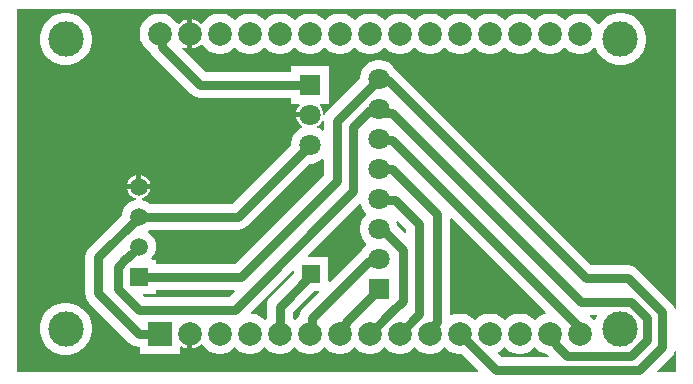
<source format=gtl>
G04*
G04 #@! TF.GenerationSoftware,Altium Limited,Altium Designer,23.1.1 (15)*
G04*
G04 Layer_Physical_Order=1*
G04 Layer_Color=255*
%FSLAX44Y44*%
%MOMM*%
G71*
G04*
G04 #@! TF.SameCoordinates,2FF289F7-6F38-4013-8A37-0DA1D97FE99B*
G04*
G04*
G04 #@! TF.FilePolarity,Positive*
G04*
G01*
G75*
%ADD10C,0.8000*%
%ADD11R,1.8000X1.8000*%
%ADD12C,1.8000*%
%ADD13R,1.5000X1.5000*%
%ADD14C,1.5000*%
%ADD15R,1.5000X1.5000*%
%ADD16R,2.0000X2.0000*%
%ADD17C,2.0000*%
%ADD18C,3.0000*%
G36*
X563188Y154292D02*
X561918Y154208D01*
X561897Y154369D01*
X560788Y157045D01*
X559025Y159343D01*
X530183Y188185D01*
X527885Y189949D01*
X525209Y191057D01*
X522337Y191435D01*
X491006D01*
X326685Y355756D01*
X325349Y356781D01*
X325329Y356829D01*
X323578Y359449D01*
X321349Y361678D01*
X318729Y363429D01*
X315817Y364635D01*
X312726Y365250D01*
X309574D01*
X306483Y364635D01*
X303571Y363429D01*
X300951Y361678D01*
X298722Y359449D01*
X296971Y356829D01*
X295765Y353917D01*
X295150Y350826D01*
Y348941D01*
X267745Y321535D01*
X265982Y319237D01*
X265540Y318172D01*
X264270Y318424D01*
Y320289D01*
X263484Y323224D01*
X261964Y325856D01*
X260920Y326900D01*
X261446Y328170D01*
X268730D01*
Y360170D01*
X236730D01*
Y355265D01*
X164616D01*
X144853Y375028D01*
X145633Y376044D01*
X146290Y375665D01*
X149130Y374903D01*
Y387350D01*
Y399796D01*
X146290Y399035D01*
X143430Y397384D01*
X141951Y395906D01*
X141853Y395863D01*
X140337Y396088D01*
X138935Y398187D01*
X136567Y400555D01*
X133783Y402415D01*
X130689Y403697D01*
X127404Y404350D01*
X124056D01*
X120771Y403697D01*
X117677Y402415D01*
X114893Y400555D01*
X112525Y398187D01*
X110665Y395402D01*
X109383Y392309D01*
X108730Y389024D01*
Y385676D01*
X109383Y382391D01*
X110665Y379297D01*
X112525Y376513D01*
X114893Y374145D01*
X117677Y372285D01*
X117737Y372260D01*
X118418Y370616D01*
X120181Y368319D01*
X152175Y336325D01*
X154473Y334562D01*
X157149Y333453D01*
X160020Y333075D01*
X236730D01*
Y328170D01*
X244014D01*
X244540Y326900D01*
X243496Y325856D01*
X241977Y323224D01*
X241319Y320770D01*
X252730D01*
Y316770D01*
X241319D01*
X241977Y314316D01*
X243496Y311684D01*
X245644Y309536D01*
X246199Y309216D01*
X246115Y307948D01*
X245151Y307549D01*
X242531Y305798D01*
X240302Y303569D01*
X238551Y300949D01*
X237345Y298037D01*
X236730Y294946D01*
Y293061D01*
X187174Y243505D01*
X117361D01*
X116853Y244013D01*
X113547Y245922D01*
X110414Y246761D01*
Y248076D01*
X111825Y248454D01*
X114115Y249776D01*
X115984Y251645D01*
X117306Y253935D01*
X117808Y255810D01*
X107950D01*
X98092D01*
X98594Y253935D01*
X99916Y251645D01*
X101785Y249776D01*
X104075Y248454D01*
X105486Y248076D01*
Y246761D01*
X102353Y245922D01*
X99047Y244013D01*
X96347Y241313D01*
X94438Y238007D01*
X93450Y234319D01*
Y233601D01*
X65815Y205965D01*
X64051Y203668D01*
X62943Y200992D01*
X62565Y198120D01*
Y167640D01*
X62943Y164768D01*
X64051Y162092D01*
X65815Y159795D01*
X100105Y125505D01*
X102402Y123742D01*
X105078Y122633D01*
X107950Y122255D01*
X108730D01*
Y116350D01*
X142730D01*
Y122301D01*
X144000Y122986D01*
X146290Y121665D01*
X149130Y120904D01*
Y133350D01*
X153130D01*
Y120904D01*
X155970Y121665D01*
X158830Y123315D01*
X160309Y124794D01*
X160407Y124837D01*
X161923Y124612D01*
X163325Y122513D01*
X165693Y120145D01*
X168477Y118285D01*
X171571Y117003D01*
X174856Y116350D01*
X178204D01*
X181489Y117003D01*
X184583Y118285D01*
X187367Y120145D01*
X189230Y122008D01*
X191093Y120145D01*
X193878Y118285D01*
X196971Y117003D01*
X200256Y116350D01*
X203604D01*
X206889Y117003D01*
X209982Y118285D01*
X212767Y120145D01*
X214630Y122008D01*
X216493Y120145D01*
X219277Y118285D01*
X222371Y117003D01*
X225656Y116350D01*
X229004D01*
X232289Y117003D01*
X235382Y118285D01*
X238167Y120145D01*
X240030Y122008D01*
X241893Y120145D01*
X244678Y118285D01*
X247771Y117003D01*
X251056Y116350D01*
X254404D01*
X257689Y117003D01*
X260783Y118285D01*
X263567Y120145D01*
X265430Y122008D01*
X267293Y120145D01*
X270077Y118285D01*
X273171Y117003D01*
X276456Y116350D01*
X279804D01*
X283089Y117003D01*
X286182Y118285D01*
X288967Y120145D01*
X290830Y122008D01*
X292693Y120145D01*
X295478Y118285D01*
X298571Y117003D01*
X301856Y116350D01*
X305204D01*
X308489Y117003D01*
X311583Y118285D01*
X314367Y120145D01*
X316230Y122008D01*
X318093Y120145D01*
X320877Y118285D01*
X323971Y117003D01*
X327256Y116350D01*
X330604D01*
X333889Y117003D01*
X336982Y118285D01*
X339767Y120145D01*
X341630Y122008D01*
X343493Y120145D01*
X346278Y118285D01*
X349371Y117003D01*
X352656Y116350D01*
X356004D01*
X359289Y117003D01*
X362383Y118285D01*
X365167Y120145D01*
X367030Y122008D01*
X368893Y120145D01*
X371678Y118285D01*
X374771Y117003D01*
X378056Y116350D01*
X380984D01*
X389829Y107505D01*
X390069Y107320D01*
X395194Y102195D01*
X394708Y101022D01*
X4502D01*
Y408248D01*
X563188D01*
X563188Y154292D01*
D02*
G37*
G36*
X264495Y313690D02*
Y305892D01*
X263322Y305406D01*
X262929Y305798D01*
X260309Y307549D01*
X259345Y307948D01*
X259261Y309216D01*
X259816Y309536D01*
X261964Y311684D01*
X263241Y313896D01*
X264495Y313690D01*
D02*
G37*
G36*
X334345Y221464D02*
Y218945D01*
X333172Y218459D01*
X326987Y224643D01*
X326535Y226917D01*
X326138Y227875D01*
X327215Y228594D01*
X334345Y221464D01*
D02*
G37*
G36*
X264495Y280848D02*
Y267486D01*
X189714Y192705D01*
X122450D01*
Y196110D01*
X119215D01*
X118729Y197283D01*
X119553Y198107D01*
X121462Y201413D01*
X122450Y205101D01*
Y208919D01*
X121462Y212607D01*
X119553Y215913D01*
X116853Y218613D01*
X116053Y219075D01*
Y220345D01*
X116853Y220807D01*
X117361Y221315D01*
X191770D01*
X194642Y221693D01*
X197318Y222801D01*
X199615Y224565D01*
X252421Y277370D01*
X254306D01*
X257397Y277985D01*
X260309Y279191D01*
X262929Y280942D01*
X263322Y281334D01*
X264495Y280848D01*
D02*
G37*
G36*
X294607Y243334D02*
X295842Y242796D01*
X296971Y240071D01*
X298722Y237451D01*
X300361Y235812D01*
X300809Y234950D01*
X300361Y234088D01*
X298722Y232449D01*
X296971Y229829D01*
X295765Y226917D01*
X295150Y223826D01*
Y220674D01*
X295765Y217583D01*
X296971Y214671D01*
X298722Y212051D01*
X300361Y210411D01*
X300809Y209550D01*
X300361Y208689D01*
X298722Y207049D01*
X296971Y204429D01*
X296870Y204185D01*
X295041Y202782D01*
X269673Y177414D01*
X268500Y177900D01*
Y198650D01*
X251560D01*
X251074Y199823D01*
X294590Y243339D01*
X294607Y243334D01*
D02*
G37*
G36*
X189211Y169342D02*
X184634Y164765D01*
X112546D01*
X111374Y165937D01*
X111860Y167110D01*
X122450D01*
Y170515D01*
X188725D01*
X189211Y169342D01*
D02*
G37*
G36*
X496377Y148335D02*
X496134Y147971D01*
X495083Y145435D01*
X493585Y145136D01*
X492167Y146555D01*
X489727Y148185D01*
X490112Y149455D01*
X495779D01*
X496377Y148335D01*
D02*
G37*
G36*
X452856Y151214D02*
X452487Y149998D01*
X450971Y149697D01*
X447878Y148415D01*
X445093Y146555D01*
X443230Y144692D01*
X441367Y146555D01*
X438582Y148415D01*
X435489Y149697D01*
X432204Y150350D01*
X428856D01*
X425571Y149697D01*
X422477Y148415D01*
X419693Y146555D01*
X417830Y144692D01*
X415967Y146555D01*
X413182Y148415D01*
X410089Y149697D01*
X406804Y150350D01*
X403456D01*
X400171Y149697D01*
X397077Y148415D01*
X394293Y146555D01*
X392430Y144692D01*
X390567Y146555D01*
X387783Y148415D01*
X384689Y149697D01*
X381404Y150350D01*
X378056D01*
X374771Y149697D01*
X372831Y148893D01*
X371775Y149599D01*
Y230635D01*
X372948Y231121D01*
X452856Y151214D01*
D02*
G37*
G36*
X260736Y168477D02*
X247181Y154921D01*
X245418Y152624D01*
X244309Y149948D01*
X244053Y147998D01*
X241893Y146555D01*
X240030Y144692D01*
X238425Y146297D01*
Y151614D01*
X256461Y169650D01*
X260250D01*
X260736Y168477D01*
D02*
G37*
G36*
X239500Y186590D02*
Y184071D01*
X219485Y164055D01*
X217722Y161758D01*
X216613Y159082D01*
X216235Y156210D01*
Y146297D01*
X214630Y144692D01*
X212767Y146555D01*
X209982Y148415D01*
X206889Y149697D01*
X203604Y150350D01*
X203260D01*
X202774Y151523D01*
X238327Y187076D01*
X239500Y186590D01*
D02*
G37*
G36*
X445093Y120145D02*
X447878Y118285D01*
X450971Y117003D01*
X453365Y116527D01*
X453736Y116043D01*
X454961Y114818D01*
X454475Y113645D01*
X415126D01*
X412084Y116687D01*
X412332Y117932D01*
X413182Y118285D01*
X415967Y120145D01*
X417830Y122008D01*
X419693Y120145D01*
X422477Y118285D01*
X425571Y117003D01*
X428856Y116350D01*
X432204D01*
X435489Y117003D01*
X438582Y118285D01*
X441367Y120145D01*
X443230Y122008D01*
X445093Y120145D01*
D02*
G37*
G36*
X563188Y119126D02*
Y101022D01*
X547632D01*
X547146Y102195D01*
X559025Y114075D01*
X560788Y116372D01*
X561897Y119048D01*
X561918Y119209D01*
X563188Y119126D01*
D02*
G37*
%LPC*%
G36*
X517797Y404650D02*
X513463D01*
X509213Y403805D01*
X505209Y402146D01*
X501606Y399739D01*
X498541Y396674D01*
X497615Y395287D01*
X496280Y395575D01*
X494535Y398187D01*
X492167Y400555D01*
X489383Y402415D01*
X486289Y403697D01*
X483004Y404350D01*
X479656D01*
X476371Y403697D01*
X473278Y402415D01*
X470493Y400555D01*
X468630Y398692D01*
X466767Y400555D01*
X463983Y402415D01*
X460889Y403697D01*
X457604Y404350D01*
X454256D01*
X450971Y403697D01*
X447878Y402415D01*
X445093Y400555D01*
X443230Y398692D01*
X441367Y400555D01*
X438582Y402415D01*
X435489Y403697D01*
X432204Y404350D01*
X428856D01*
X425571Y403697D01*
X422477Y402415D01*
X419693Y400555D01*
X417830Y398692D01*
X415967Y400555D01*
X413182Y402415D01*
X410089Y403697D01*
X406804Y404350D01*
X403456D01*
X400171Y403697D01*
X397077Y402415D01*
X394293Y400555D01*
X392430Y398692D01*
X390567Y400555D01*
X387783Y402415D01*
X384689Y403697D01*
X381404Y404350D01*
X378056D01*
X374771Y403697D01*
X371678Y402415D01*
X368893Y400555D01*
X367030Y398692D01*
X365167Y400555D01*
X362383Y402415D01*
X359289Y403697D01*
X356004Y404350D01*
X352656D01*
X349371Y403697D01*
X346278Y402415D01*
X343493Y400555D01*
X341630Y398692D01*
X339767Y400555D01*
X336982Y402415D01*
X333889Y403697D01*
X330604Y404350D01*
X327256D01*
X323971Y403697D01*
X320877Y402415D01*
X318093Y400555D01*
X316230Y398692D01*
X314367Y400555D01*
X311583Y402415D01*
X308489Y403697D01*
X305204Y404350D01*
X301856D01*
X298571Y403697D01*
X295478Y402415D01*
X292693Y400555D01*
X290830Y398692D01*
X288967Y400555D01*
X286182Y402415D01*
X283089Y403697D01*
X279804Y404350D01*
X276456D01*
X273171Y403697D01*
X270077Y402415D01*
X267293Y400555D01*
X265430Y398692D01*
X263567Y400555D01*
X260783Y402415D01*
X257689Y403697D01*
X254404Y404350D01*
X251056D01*
X247771Y403697D01*
X244678Y402415D01*
X241893Y400555D01*
X240030Y398692D01*
X238167Y400555D01*
X235382Y402415D01*
X232289Y403697D01*
X229004Y404350D01*
X225656D01*
X222371Y403697D01*
X219277Y402415D01*
X216493Y400555D01*
X214630Y398692D01*
X212767Y400555D01*
X209982Y402415D01*
X206889Y403697D01*
X203604Y404350D01*
X200256D01*
X196971Y403697D01*
X193878Y402415D01*
X191093Y400555D01*
X189230Y398692D01*
X187367Y400555D01*
X184583Y402415D01*
X181489Y403697D01*
X178204Y404350D01*
X174856D01*
X171571Y403697D01*
X168477Y402415D01*
X165693Y400555D01*
X163325Y398187D01*
X161923Y396088D01*
X160407Y395863D01*
X160309Y395906D01*
X158830Y397384D01*
X155970Y399035D01*
X153130Y399796D01*
Y387350D01*
Y374903D01*
X155970Y375665D01*
X158830Y377315D01*
X160309Y378794D01*
X160407Y378837D01*
X161923Y378612D01*
X163325Y376513D01*
X165693Y374145D01*
X168477Y372285D01*
X171571Y371003D01*
X174856Y370350D01*
X178204D01*
X181489Y371003D01*
X184583Y372285D01*
X187367Y374145D01*
X189230Y376008D01*
X191093Y374145D01*
X193878Y372285D01*
X196971Y371003D01*
X200256Y370350D01*
X203604D01*
X206889Y371003D01*
X209982Y372285D01*
X212767Y374145D01*
X214630Y376008D01*
X216493Y374145D01*
X219277Y372285D01*
X222371Y371003D01*
X225656Y370350D01*
X229004D01*
X232289Y371003D01*
X235382Y372285D01*
X238167Y374145D01*
X240030Y376008D01*
X241893Y374145D01*
X244678Y372285D01*
X247771Y371003D01*
X251056Y370350D01*
X254404D01*
X257689Y371003D01*
X260783Y372285D01*
X263567Y374145D01*
X265430Y376008D01*
X267293Y374145D01*
X270077Y372285D01*
X273171Y371003D01*
X276456Y370350D01*
X279804D01*
X283089Y371003D01*
X286182Y372285D01*
X288967Y374145D01*
X290830Y376008D01*
X292693Y374145D01*
X295478Y372285D01*
X298571Y371003D01*
X301856Y370350D01*
X305204D01*
X308489Y371003D01*
X311583Y372285D01*
X314367Y374145D01*
X316230Y376008D01*
X318093Y374145D01*
X320877Y372285D01*
X323971Y371003D01*
X327256Y370350D01*
X330604D01*
X333889Y371003D01*
X336982Y372285D01*
X339767Y374145D01*
X341630Y376008D01*
X343493Y374145D01*
X346278Y372285D01*
X349371Y371003D01*
X352656Y370350D01*
X356004D01*
X359289Y371003D01*
X362383Y372285D01*
X365167Y374145D01*
X367030Y376008D01*
X368893Y374145D01*
X371678Y372285D01*
X374771Y371003D01*
X378056Y370350D01*
X381404D01*
X384689Y371003D01*
X387783Y372285D01*
X390567Y374145D01*
X392430Y376008D01*
X394293Y374145D01*
X397077Y372285D01*
X400171Y371003D01*
X403456Y370350D01*
X406804D01*
X410089Y371003D01*
X413182Y372285D01*
X415967Y374145D01*
X417830Y376008D01*
X419693Y374145D01*
X422477Y372285D01*
X425571Y371003D01*
X428856Y370350D01*
X432204D01*
X435489Y371003D01*
X438582Y372285D01*
X441367Y374145D01*
X443230Y376008D01*
X445093Y374145D01*
X447878Y372285D01*
X450971Y371003D01*
X454256Y370350D01*
X457604D01*
X460889Y371003D01*
X463983Y372285D01*
X466767Y374145D01*
X468630Y376008D01*
X470493Y374145D01*
X473278Y372285D01*
X476371Y371003D01*
X479656Y370350D01*
X483004D01*
X486289Y371003D01*
X489383Y372285D01*
X492167Y374145D01*
X493439Y375417D01*
X494937Y375119D01*
X496134Y372229D01*
X498541Y368626D01*
X501606Y365561D01*
X505209Y363154D01*
X509213Y361495D01*
X513463Y360650D01*
X517797D01*
X522047Y361495D01*
X526051Y363154D01*
X529654Y365561D01*
X532719Y368626D01*
X535126Y372229D01*
X536785Y376233D01*
X537630Y380483D01*
Y384817D01*
X536785Y389067D01*
X535126Y393071D01*
X532719Y396674D01*
X529654Y399739D01*
X526051Y402146D01*
X522047Y403805D01*
X517797Y404650D01*
D02*
G37*
G36*
X48297D02*
X43963D01*
X39713Y403805D01*
X35709Y402146D01*
X32106Y399739D01*
X29042Y396674D01*
X26634Y393071D01*
X24975Y389067D01*
X24130Y384817D01*
Y380483D01*
X24975Y376233D01*
X26634Y372229D01*
X29042Y368626D01*
X32106Y365561D01*
X35709Y363154D01*
X39713Y361495D01*
X43963Y360650D01*
X48297D01*
X52547Y361495D01*
X56551Y363154D01*
X60154Y365561D01*
X63218Y368626D01*
X65626Y372229D01*
X67285Y376233D01*
X68130Y380483D01*
Y384817D01*
X67285Y389067D01*
X65626Y393071D01*
X63218Y396674D01*
X60154Y399739D01*
X56551Y402146D01*
X52547Y403805D01*
X48297Y404650D01*
D02*
G37*
G36*
X109950Y267668D02*
Y259810D01*
X117808D01*
X117306Y261685D01*
X115984Y263975D01*
X114115Y265844D01*
X111825Y267166D01*
X109950Y267668D01*
D02*
G37*
G36*
X105950Y267668D02*
X104075Y267166D01*
X101785Y265844D01*
X99916Y263975D01*
X98594Y261685D01*
X98092Y259810D01*
X105950D01*
Y267668D01*
D02*
G37*
G36*
X48297Y159550D02*
X43963D01*
X39713Y158705D01*
X35709Y157046D01*
X32106Y154639D01*
X29042Y151574D01*
X26634Y147971D01*
X24975Y143967D01*
X24130Y139717D01*
Y135383D01*
X24975Y131133D01*
X26634Y127129D01*
X29042Y123526D01*
X32106Y120462D01*
X35709Y118054D01*
X39713Y116395D01*
X43963Y115550D01*
X48297D01*
X52547Y116395D01*
X56551Y118054D01*
X60154Y120462D01*
X63218Y123526D01*
X65626Y127129D01*
X67285Y131133D01*
X68130Y135383D01*
Y139717D01*
X67285Y143967D01*
X65626Y147971D01*
X63218Y151574D01*
X60154Y154639D01*
X56551Y157046D01*
X52547Y158705D01*
X48297Y159550D01*
D02*
G37*
%LPD*%
D10*
X255026Y147076D02*
X302887Y194937D01*
X309237D02*
X311150Y196850D01*
X255026Y135646D02*
Y147076D01*
X302887Y194937D02*
X309237D01*
X486410Y180340D02*
X522337D01*
X312489Y347911D02*
X318839D01*
X311150Y349250D02*
X312489Y347911D01*
X318839D02*
X486410Y180340D01*
X461581Y123889D02*
Y124452D01*
X470920Y114550D02*
X525157D01*
X455930Y130103D02*
Y133350D01*
Y130103D02*
X461581Y124452D01*
Y123889D02*
X470920Y114550D01*
X397674Y115350D02*
X397730D01*
X410530Y102550D02*
X531810D01*
X397730Y115350D02*
X410530Y102550D01*
X379730Y133294D02*
X397674Y115350D01*
X379730Y133294D02*
Y133350D01*
X160020Y344170D02*
X252730D01*
X128026Y376164D02*
Y385054D01*
Y376164D02*
X160020Y344170D01*
X125730Y387350D02*
X128026Y385054D01*
X289560Y254000D02*
Y308610D01*
X303461Y322511D01*
X189230Y153670D02*
X289560Y254000D01*
X275590Y262890D02*
Y313690D01*
X194310Y181610D02*
X275590Y262890D01*
Y313690D02*
X311150Y349250D01*
X303461Y322511D02*
X309811D01*
X311150Y323850D01*
X107950Y153670D02*
X189230D01*
X90170Y171450D02*
X107950Y153670D01*
X90170Y190144D02*
X97136Y197110D01*
X98050D01*
X107950Y207010D01*
X90170Y171450D02*
Y190144D01*
X73660Y167640D02*
Y198120D01*
Y167640D02*
X107950Y133350D01*
X125730D01*
X73660Y198120D02*
X107950Y232410D01*
X252730Y133350D02*
X255026Y135646D01*
X278130Y133350D02*
Y136597D01*
X283146Y141614D01*
Y143446D02*
X311150Y171450D01*
X283146Y141614D02*
Y143446D01*
X321530Y151350D02*
X331470Y161290D01*
X303530Y133406D02*
X321474Y151350D01*
X321530D01*
X331470Y161290D02*
Y204470D01*
X303530Y133350D02*
Y133406D01*
X313690Y222250D02*
X331470Y204470D01*
X311150Y222250D02*
X313690D01*
X345440Y149916D02*
Y226060D01*
X328930Y133406D02*
X345440Y149916D01*
X324650Y246850D02*
X345440Y226060D01*
X328930Y133350D02*
Y133406D01*
X360680Y142947D02*
Y234950D01*
X311150Y273050D02*
X311224Y272976D01*
X322654D01*
X360680Y234950D01*
X354330Y133350D02*
Y136597D01*
X360680Y142947D01*
X311859Y297741D02*
X322019D01*
X479034Y140726D01*
Y135646D02*
Y140726D01*
Y135646D02*
X481330Y133350D01*
X311150Y298450D02*
X311859Y297741D01*
X482070Y160550D02*
X525157D01*
X316544Y320350D02*
X322270D01*
X482070Y160550D01*
X313044Y323850D02*
X316544Y320350D01*
X311150Y323850D02*
X313044D01*
X551180Y121920D02*
Y151497D01*
X531810Y102550D02*
X551180Y121920D01*
X525157Y114550D02*
X538630Y128023D01*
Y147077D01*
X522337Y180340D02*
X551180Y151497D01*
X525157Y160550D02*
X538630Y147077D01*
X107950Y181610D02*
X194310D01*
X227330Y156210D02*
X254635Y183515D01*
X227330Y133350D02*
Y156210D01*
X191770Y232410D02*
X252730Y293370D01*
X111760Y232410D02*
X191770D01*
X311950Y246850D02*
X324650D01*
X311150Y247650D02*
X311950Y246850D01*
D11*
X252730Y344170D02*
D03*
X311150Y171450D02*
D03*
D12*
X252730Y318770D02*
D03*
Y293370D02*
D03*
X311150Y349250D02*
D03*
Y323850D02*
D03*
Y298450D02*
D03*
Y273050D02*
D03*
Y247650D02*
D03*
Y222250D02*
D03*
Y196850D02*
D03*
D13*
X254000Y184150D02*
D03*
D14*
X107950Y232410D02*
D03*
Y207010D02*
D03*
Y257810D02*
D03*
D15*
Y181610D02*
D03*
D16*
X125730Y133350D02*
D03*
D17*
X151130D02*
D03*
X176530D02*
D03*
X201930D02*
D03*
X227330D02*
D03*
X252730D02*
D03*
X278130D02*
D03*
X303530D02*
D03*
X328930D02*
D03*
X354330D02*
D03*
X379730D02*
D03*
X405130D02*
D03*
X430530D02*
D03*
X455930D02*
D03*
X481330D02*
D03*
X125730Y387350D02*
D03*
X151130D02*
D03*
X176530D02*
D03*
X201930D02*
D03*
X227330D02*
D03*
X252730D02*
D03*
X278130D02*
D03*
X303530D02*
D03*
X328930D02*
D03*
X354330D02*
D03*
X379730D02*
D03*
X405130D02*
D03*
X430530D02*
D03*
X455930D02*
D03*
X481330D02*
D03*
D18*
X515630Y137550D02*
D03*
Y382650D02*
D03*
X46130D02*
D03*
Y137550D02*
D03*
M02*

</source>
